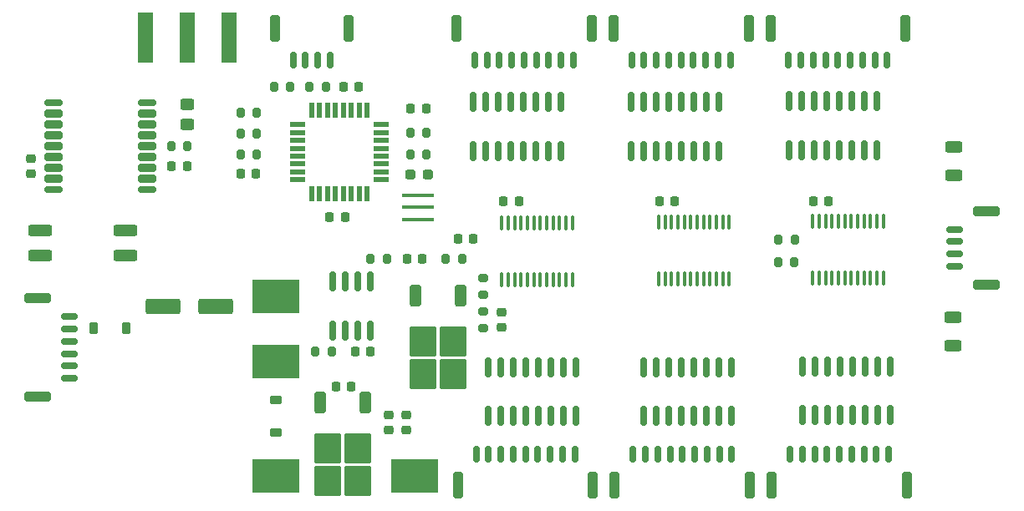
<source format=gtp>
%TF.GenerationSoftware,KiCad,Pcbnew,9.0.0*%
%TF.CreationDate,2025-06-26T17:33:30-04:00*%
%TF.ProjectId,gps-seven-seg-clock,6770732d-7365-4766-956e-2d7365672d63,rev?*%
%TF.SameCoordinates,Original*%
%TF.FileFunction,Paste,Top*%
%TF.FilePolarity,Positive*%
%FSLAX46Y46*%
G04 Gerber Fmt 4.6, Leading zero omitted, Abs format (unit mm)*
G04 Created by KiCad (PCBNEW 9.0.0) date 2025-06-26 17:33:30*
%MOMM*%
%LPD*%
G01*
G04 APERTURE LIST*
G04 Aperture macros list*
%AMRoundRect*
0 Rectangle with rounded corners*
0 $1 Rounding radius*
0 $2 $3 $4 $5 $6 $7 $8 $9 X,Y pos of 4 corners*
0 Add a 4 corners polygon primitive as box body*
4,1,4,$2,$3,$4,$5,$6,$7,$8,$9,$2,$3,0*
0 Add four circle primitives for the rounded corners*
1,1,$1+$1,$2,$3*
1,1,$1+$1,$4,$5*
1,1,$1+$1,$6,$7*
1,1,$1+$1,$8,$9*
0 Add four rect primitives between the rounded corners*
20,1,$1+$1,$2,$3,$4,$5,0*
20,1,$1+$1,$4,$5,$6,$7,0*
20,1,$1+$1,$6,$7,$8,$9,0*
20,1,$1+$1,$8,$9,$2,$3,0*%
G04 Aperture macros list end*
%ADD10RoundRect,0.250000X-0.350000X0.850000X-0.350000X-0.850000X0.350000X-0.850000X0.350000X0.850000X0*%
%ADD11RoundRect,0.250000X-1.125000X1.275000X-1.125000X-1.275000X1.125000X-1.275000X1.125000X1.275000X0*%
%ADD12R,4.699000X3.429000*%
%ADD13RoundRect,0.150000X0.150000X-0.825000X0.150000X0.825000X-0.150000X0.825000X-0.150000X-0.825000X0*%
%ADD14RoundRect,0.100000X0.100000X-0.637500X0.100000X0.637500X-0.100000X0.637500X-0.100000X-0.637500X0*%
%ADD15RoundRect,0.150000X-0.150000X0.825000X-0.150000X-0.825000X0.150000X-0.825000X0.150000X0.825000X0*%
%ADD16RoundRect,0.250000X-0.250000X-1.100000X0.250000X-1.100000X0.250000X1.100000X-0.250000X1.100000X0*%
%ADD17RoundRect,0.150000X-0.150000X-0.700000X0.150000X-0.700000X0.150000X0.700000X-0.150000X0.700000X0*%
%ADD18RoundRect,0.250000X0.250000X1.100000X-0.250000X1.100000X-0.250000X-1.100000X0.250000X-1.100000X0*%
%ADD19RoundRect,0.150000X0.150000X0.700000X-0.150000X0.700000X-0.150000X-0.700000X0.150000X-0.700000X0*%
%ADD20R,0.550000X1.600000*%
%ADD21R,1.600000X0.550000*%
%ADD22RoundRect,0.250000X0.625000X-0.312500X0.625000X0.312500X-0.625000X0.312500X-0.625000X-0.312500X0*%
%ADD23RoundRect,0.250000X-0.625000X0.312500X-0.625000X-0.312500X0.625000X-0.312500X0.625000X0.312500X0*%
%ADD24RoundRect,0.200000X-0.200000X-0.275000X0.200000X-0.275000X0.200000X0.275000X-0.200000X0.275000X0*%
%ADD25RoundRect,0.150000X-0.700000X0.150000X-0.700000X-0.150000X0.700000X-0.150000X0.700000X0.150000X0*%
%ADD26RoundRect,0.250000X-1.100000X0.250000X-1.100000X-0.250000X1.100000X-0.250000X1.100000X0.250000X0*%
%ADD27R,1.500000X5.080000*%
%ADD28RoundRect,0.225000X-0.375000X0.225000X-0.375000X-0.225000X0.375000X-0.225000X0.375000X0.225000X0*%
%ADD29RoundRect,0.237500X-0.287500X-0.237500X0.287500X-0.237500X0.287500X0.237500X-0.287500X0.237500X0*%
%ADD30RoundRect,0.250000X-1.500000X-0.550000X1.500000X-0.550000X1.500000X0.550000X-1.500000X0.550000X0*%
%ADD31RoundRect,0.225000X-0.225000X-0.250000X0.225000X-0.250000X0.225000X0.250000X-0.225000X0.250000X0*%
%ADD32RoundRect,0.150000X0.700000X-0.150000X0.700000X0.150000X-0.700000X0.150000X-0.700000X-0.150000X0*%
%ADD33RoundRect,0.250000X1.100000X-0.250000X1.100000X0.250000X-1.100000X0.250000X-1.100000X-0.250000X0*%
%ADD34R,3.200000X0.400000*%
%ADD35RoundRect,0.200000X0.275000X-0.200000X0.275000X0.200000X-0.275000X0.200000X-0.275000X-0.200000X0*%
%ADD36RoundRect,0.200000X-0.275000X0.200000X-0.275000X-0.200000X0.275000X-0.200000X0.275000X0.200000X0*%
%ADD37RoundRect,0.200000X0.200000X0.275000X-0.200000X0.275000X-0.200000X-0.275000X0.200000X-0.275000X0*%
%ADD38RoundRect,0.225000X0.225000X0.250000X-0.225000X0.250000X-0.225000X-0.250000X0.225000X-0.250000X0*%
%ADD39RoundRect,0.225000X-0.250000X0.225000X-0.250000X-0.225000X0.250000X-0.225000X0.250000X0.225000X0*%
%ADD40RoundRect,0.225000X0.250000X-0.225000X0.250000X0.225000X-0.250000X0.225000X-0.250000X-0.225000X0*%
%ADD41RoundRect,0.250000X0.970000X0.310000X-0.970000X0.310000X-0.970000X-0.310000X0.970000X-0.310000X0*%
%ADD42RoundRect,0.250000X0.450000X-0.325000X0.450000X0.325000X-0.450000X0.325000X-0.450000X-0.325000X0*%
%ADD43RoundRect,0.225000X0.225000X0.375000X-0.225000X0.375000X-0.225000X-0.375000X0.225000X-0.375000X0*%
%ADD44RoundRect,0.175000X-0.725000X-0.175000X0.725000X-0.175000X0.725000X0.175000X-0.725000X0.175000X0*%
%ADD45RoundRect,0.200000X-0.700000X-0.200000X0.700000X-0.200000X0.700000X0.200000X-0.700000X0.200000X0*%
G04 APERTURE END LIST*
D10*
%TO.C,Q2*%
X124680000Y-53960000D03*
D11*
X123925000Y-58585000D03*
X120875000Y-58585000D03*
X123925000Y-61935000D03*
X120875000Y-61935000D03*
D10*
X120120000Y-53960000D03*
%TD*%
D12*
%TO.C,TP4*%
X106000000Y-60600000D03*
%TD*%
%TO.C,TP3*%
X106000000Y-72200000D03*
%TD*%
%TO.C,TP2*%
X106000000Y-54000000D03*
%TD*%
%TO.C,TP1*%
X120000000Y-72200000D03*
%TD*%
D13*
%TO.C,U13*%
X141955000Y-34325000D03*
X143225000Y-34325000D03*
X144495000Y-34325000D03*
X145765000Y-34325000D03*
X147035000Y-34325000D03*
X148305000Y-34325000D03*
X149575000Y-34325000D03*
X150845000Y-34325000D03*
X150845000Y-39275000D03*
X149575000Y-39275000D03*
X148305000Y-39275000D03*
X147035000Y-39275000D03*
X145765000Y-39275000D03*
X144495000Y-39275000D03*
X143225000Y-39275000D03*
X141955000Y-39275000D03*
%TD*%
D14*
%TO.C,U6*%
X160350000Y-46400000D03*
X161000000Y-46400000D03*
X161650000Y-46400000D03*
X162300000Y-46400000D03*
X162950000Y-46400000D03*
X163600000Y-46400000D03*
X164250000Y-46400000D03*
X164900000Y-46400000D03*
X165550000Y-46400000D03*
X166200000Y-46400000D03*
X166850000Y-46400000D03*
X167500000Y-46400000D03*
X167500000Y-52125000D03*
X166850000Y-52125000D03*
X166200000Y-52125000D03*
X165550000Y-52125000D03*
X164900000Y-52125000D03*
X164250000Y-52125000D03*
X163600000Y-52125000D03*
X162950000Y-52125000D03*
X162300000Y-52125000D03*
X161650000Y-52125000D03*
X161000000Y-52125000D03*
X160350000Y-52125000D03*
%TD*%
D13*
%TO.C,U8*%
X157955000Y-34225000D03*
X159225000Y-34225000D03*
X160495000Y-34225000D03*
X161765000Y-34225000D03*
X163035000Y-34225000D03*
X164305000Y-34225000D03*
X165575000Y-34225000D03*
X166845000Y-34225000D03*
X166845000Y-39175000D03*
X165575000Y-39175000D03*
X164305000Y-39175000D03*
X163035000Y-39175000D03*
X161765000Y-39175000D03*
X160495000Y-39175000D03*
X159225000Y-39175000D03*
X157955000Y-39175000D03*
%TD*%
D15*
%TO.C,U12*%
X152140000Y-66150000D03*
X150870000Y-66150000D03*
X149600000Y-66150000D03*
X148330000Y-66150000D03*
X147060000Y-66150000D03*
X145790000Y-66150000D03*
X144520000Y-66150000D03*
X143250000Y-66150000D03*
X143250000Y-61200000D03*
X144520000Y-61200000D03*
X145790000Y-61200000D03*
X147060000Y-61200000D03*
X148330000Y-61200000D03*
X149600000Y-61200000D03*
X150870000Y-61200000D03*
X152140000Y-61200000D03*
%TD*%
D16*
%TO.C,J2*%
X138100000Y-73200000D03*
X124400000Y-73200000D03*
D17*
X136250000Y-70000000D03*
X135000000Y-70000000D03*
X133750000Y-70000000D03*
X132500000Y-70000000D03*
X131250000Y-70000000D03*
X130000000Y-70000000D03*
X128750000Y-70000000D03*
X127500000Y-70000000D03*
X126250000Y-70000000D03*
%TD*%
D18*
%TO.C,J3*%
X124250000Y-26850000D03*
X137950000Y-26850000D03*
D19*
X126100000Y-30050000D03*
X127350000Y-30050000D03*
X128600000Y-30050000D03*
X129850000Y-30050000D03*
X131100000Y-30050000D03*
X132350000Y-30050000D03*
X133600000Y-30050000D03*
X134850000Y-30050000D03*
X136100000Y-30050000D03*
%TD*%
D18*
%TO.C,J11*%
X140150000Y-26850000D03*
X153850000Y-26850000D03*
D19*
X142000000Y-30050000D03*
X143250000Y-30050000D03*
X144500000Y-30050000D03*
X145750000Y-30050000D03*
X147000000Y-30050000D03*
X148250000Y-30050000D03*
X149500000Y-30050000D03*
X150750000Y-30050000D03*
X152000000Y-30050000D03*
%TD*%
D16*
%TO.C,J10*%
X154000000Y-73200000D03*
X140300000Y-73200000D03*
D17*
X152150000Y-70000000D03*
X150900000Y-70000000D03*
X149650000Y-70000000D03*
X148400000Y-70000000D03*
X147150000Y-70000000D03*
X145900000Y-70000000D03*
X144650000Y-70000000D03*
X143400000Y-70000000D03*
X142150000Y-70000000D03*
%TD*%
D18*
%TO.C,J8*%
X156050000Y-26850000D03*
X169750000Y-26850000D03*
D19*
X157900000Y-30050000D03*
X159150000Y-30050000D03*
X160400000Y-30050000D03*
X161650000Y-30050000D03*
X162900000Y-30050000D03*
X164150000Y-30050000D03*
X165400000Y-30050000D03*
X166650000Y-30050000D03*
X167900000Y-30050000D03*
%TD*%
D15*
%TO.C,U3*%
X136340000Y-66150000D03*
X135070000Y-66150000D03*
X133800000Y-66150000D03*
X132530000Y-66150000D03*
X131260000Y-66150000D03*
X129990000Y-66150000D03*
X128720000Y-66150000D03*
X127450000Y-66150000D03*
X127450000Y-61200000D03*
X128720000Y-61200000D03*
X129990000Y-61200000D03*
X131260000Y-61200000D03*
X132530000Y-61200000D03*
X133800000Y-61200000D03*
X135070000Y-61200000D03*
X136340000Y-61200000D03*
%TD*%
%TO.C,U7*%
X168240000Y-66050000D03*
X166970000Y-66050000D03*
X165700000Y-66050000D03*
X164430000Y-66050000D03*
X163160000Y-66050000D03*
X161890000Y-66050000D03*
X160620000Y-66050000D03*
X159350000Y-66050000D03*
X159350000Y-61100000D03*
X160620000Y-61100000D03*
X161890000Y-61100000D03*
X163160000Y-61100000D03*
X164430000Y-61100000D03*
X165700000Y-61100000D03*
X166970000Y-61100000D03*
X168240000Y-61100000D03*
%TD*%
D14*
%TO.C,U11*%
X144750000Y-46500000D03*
X145400000Y-46500000D03*
X146050000Y-46500000D03*
X146700000Y-46500000D03*
X147350000Y-46500000D03*
X148000000Y-46500000D03*
X148650000Y-46500000D03*
X149300000Y-46500000D03*
X149950000Y-46500000D03*
X150600000Y-46500000D03*
X151250000Y-46500000D03*
X151900000Y-46500000D03*
X151900000Y-52225000D03*
X151250000Y-52225000D03*
X150600000Y-52225000D03*
X149950000Y-52225000D03*
X149300000Y-52225000D03*
X148650000Y-52225000D03*
X148000000Y-52225000D03*
X147350000Y-52225000D03*
X146700000Y-52225000D03*
X146050000Y-52225000D03*
X145400000Y-52225000D03*
X144750000Y-52225000D03*
%TD*%
%TO.C,U1*%
X128850000Y-46600000D03*
X129500000Y-46600000D03*
X130150000Y-46600000D03*
X130800000Y-46600000D03*
X131450000Y-46600000D03*
X132100000Y-46600000D03*
X132750000Y-46600000D03*
X133400000Y-46600000D03*
X134050000Y-46600000D03*
X134700000Y-46600000D03*
X135350000Y-46600000D03*
X136000000Y-46600000D03*
X136000000Y-52325000D03*
X135350000Y-52325000D03*
X134700000Y-52325000D03*
X134050000Y-52325000D03*
X133400000Y-52325000D03*
X132750000Y-52325000D03*
X132100000Y-52325000D03*
X131450000Y-52325000D03*
X130800000Y-52325000D03*
X130150000Y-52325000D03*
X129500000Y-52325000D03*
X128850000Y-52325000D03*
%TD*%
D13*
%TO.C,U4*%
X125955000Y-34325000D03*
X127225000Y-34325000D03*
X128495000Y-34325000D03*
X129765000Y-34325000D03*
X131035000Y-34325000D03*
X132305000Y-34325000D03*
X133575000Y-34325000D03*
X134845000Y-34325000D03*
X134845000Y-39275000D03*
X133575000Y-39275000D03*
X132305000Y-39275000D03*
X131035000Y-39275000D03*
X129765000Y-39275000D03*
X128495000Y-39275000D03*
X127225000Y-39275000D03*
X125955000Y-39275000D03*
%TD*%
D15*
%TO.C,U10*%
X115505000Y-52525000D03*
X114235000Y-52525000D03*
X112965000Y-52525000D03*
X111695000Y-52525000D03*
X111695000Y-57475000D03*
X112965000Y-57475000D03*
X114235000Y-57475000D03*
X115505000Y-57475000D03*
%TD*%
D10*
%TO.C,U9*%
X115007500Y-64800000D03*
D11*
X114252500Y-69425000D03*
X111202500Y-69425000D03*
X114252500Y-72775000D03*
X111202500Y-72775000D03*
D10*
X110447500Y-64800000D03*
%TD*%
D20*
%TO.C,U5*%
X109600000Y-43650000D03*
X110400000Y-43650000D03*
X111200000Y-43650000D03*
X112000000Y-43650000D03*
X112800000Y-43650000D03*
X113600000Y-43650000D03*
X114400000Y-43650000D03*
X115200000Y-43650000D03*
D21*
X116650000Y-42200000D03*
X116650000Y-41400000D03*
X116650000Y-40600000D03*
X116650000Y-39800000D03*
X116650000Y-39000000D03*
X116650000Y-38200000D03*
X116650000Y-37400000D03*
X116650000Y-36600000D03*
D20*
X115200000Y-35150000D03*
X114400000Y-35150000D03*
X113600000Y-35150000D03*
X112800000Y-35150000D03*
X112000000Y-35150000D03*
X111200000Y-35150000D03*
X110400000Y-35150000D03*
X109600000Y-35150000D03*
D21*
X108150000Y-36600000D03*
X108150000Y-37400000D03*
X108150000Y-38200000D03*
X108150000Y-39000000D03*
X108150000Y-39800000D03*
X108150000Y-40600000D03*
X108150000Y-41400000D03*
X108150000Y-42200000D03*
%TD*%
D22*
%TO.C,R17*%
X174530000Y-59042500D03*
X174530000Y-56117500D03*
%TD*%
D23*
%TO.C,R13*%
X174660000Y-38847500D03*
X174660000Y-41772500D03*
%TD*%
D24*
%TO.C,R4*%
X156855000Y-50590000D03*
X158505000Y-50590000D03*
%TD*%
%TO.C,R2*%
X102375000Y-35400000D03*
X104025000Y-35400000D03*
%TD*%
%TO.C,R1*%
X95375000Y-38800000D03*
X97025000Y-38800000D03*
%TD*%
D25*
%TO.C,J9*%
X85050000Y-56075000D03*
X85050000Y-57325000D03*
X85050000Y-58575000D03*
X85050000Y-59825000D03*
X85050000Y-61075000D03*
X85050000Y-62325000D03*
D26*
X81850000Y-54225000D03*
X81850000Y-64175000D03*
%TD*%
D17*
%TO.C,J7*%
X158050000Y-70000000D03*
X159300000Y-70000000D03*
X160550000Y-70000000D03*
X161800000Y-70000000D03*
X163050000Y-70000000D03*
X164300000Y-70000000D03*
X165550000Y-70000000D03*
X166800000Y-70000000D03*
X168050000Y-70000000D03*
D16*
X156200000Y-73200000D03*
X169900000Y-73200000D03*
%TD*%
D19*
%TO.C,J6*%
X111475000Y-30050000D03*
X110225000Y-30050000D03*
X108975000Y-30050000D03*
X107725000Y-30050000D03*
D18*
X113325000Y-26850000D03*
X105875000Y-26850000D03*
%TD*%
D27*
%TO.C,J1*%
X97000000Y-27762500D03*
X92750000Y-27762500D03*
X101250000Y-27762500D03*
%TD*%
D28*
%TO.C,D2*%
X106000000Y-64550000D03*
X106000000Y-67850000D03*
%TD*%
D29*
%TO.C,D1*%
X119625000Y-41700000D03*
X121375000Y-41700000D03*
%TD*%
D30*
%TO.C,C7*%
X94500000Y-55000000D03*
X99900000Y-55000000D03*
%TD*%
D31*
%TO.C,C6*%
X144825000Y-44400000D03*
X146375000Y-44400000D03*
%TD*%
D32*
%TO.C,J12*%
X174750000Y-50975000D03*
X174750000Y-49725000D03*
X174750000Y-48475000D03*
X174750000Y-47225000D03*
D33*
X177950000Y-52825000D03*
X177950000Y-45375000D03*
%TD*%
D34*
%TO.C,Y1*%
X120400000Y-46200000D03*
X120400000Y-45000000D03*
X120400000Y-43800000D03*
%TD*%
D35*
%TO.C,R16*%
X127000000Y-53825000D03*
X127000000Y-52175000D03*
%TD*%
D36*
%TO.C,R15*%
X127000000Y-55575000D03*
X127000000Y-57225000D03*
%TD*%
D24*
%TO.C,R14*%
X123175000Y-50200000D03*
X124825000Y-50200000D03*
%TD*%
D37*
%TO.C,R12*%
X111625000Y-59600000D03*
X109975000Y-59600000D03*
%TD*%
D24*
%TO.C,R11*%
X115575000Y-50200000D03*
X117225000Y-50200000D03*
%TD*%
%TO.C,R10*%
X119575000Y-37400000D03*
X121225000Y-37400000D03*
%TD*%
D37*
%TO.C,R9*%
X107425000Y-32800000D03*
X105775000Y-32800000D03*
%TD*%
D38*
%TO.C,C17*%
X125975000Y-48200000D03*
X124425000Y-48200000D03*
%TD*%
D39*
%TO.C,C16*%
X128800000Y-55625000D03*
X128800000Y-57175000D03*
%TD*%
D38*
%TO.C,C15*%
X115575000Y-59600000D03*
X114025000Y-59600000D03*
%TD*%
D31*
%TO.C,C14*%
X119225000Y-50200000D03*
X120775000Y-50200000D03*
%TD*%
%TO.C,C13*%
X160425000Y-44400000D03*
X161975000Y-44400000D03*
%TD*%
D40*
%TO.C,C12*%
X119200000Y-67575000D03*
X119200000Y-66025000D03*
%TD*%
%TO.C,C11*%
X117400000Y-67575000D03*
X117400000Y-66025000D03*
%TD*%
D38*
%TO.C,C10*%
X103975000Y-41600000D03*
X102425000Y-41600000D03*
%TD*%
D41*
%TO.C,SW1*%
X90705000Y-49870000D03*
X90705000Y-47330000D03*
X82095000Y-47330000D03*
X82095000Y-49870000D03*
%TD*%
D37*
%TO.C,R8*%
X111025000Y-32800000D03*
X109375000Y-32800000D03*
%TD*%
D24*
%TO.C,R7*%
X119575000Y-39600000D03*
X121225000Y-39600000D03*
%TD*%
D37*
%TO.C,R6*%
X104025000Y-39600000D03*
X102375000Y-39600000D03*
%TD*%
D24*
%TO.C,R5*%
X156875000Y-48250000D03*
X158525000Y-48250000D03*
%TD*%
%TO.C,R3*%
X102375000Y-37510000D03*
X104025000Y-37510000D03*
%TD*%
D42*
%TO.C,L1*%
X97000000Y-36625000D03*
X97000000Y-34575000D03*
%TD*%
D43*
%TO.C,D3*%
X90850000Y-57200000D03*
X87550000Y-57200000D03*
%TD*%
D31*
%TO.C,C9*%
X119625000Y-35000000D03*
X121175000Y-35000000D03*
%TD*%
%TO.C,C8*%
X112025000Y-63200000D03*
X113575000Y-63200000D03*
%TD*%
D38*
%TO.C,C5*%
X114375000Y-32800000D03*
X112825000Y-32800000D03*
%TD*%
D31*
%TO.C,C4*%
X111425000Y-46000000D03*
X112975000Y-46000000D03*
%TD*%
D38*
%TO.C,C3*%
X96975000Y-40800000D03*
X95425000Y-40800000D03*
%TD*%
D40*
%TO.C,C2*%
X81200000Y-41575000D03*
X81200000Y-40025000D03*
%TD*%
D31*
%TO.C,C1*%
X129025000Y-44400000D03*
X130575000Y-44400000D03*
%TD*%
D44*
%TO.C,U2*%
X83450000Y-34400000D03*
D45*
X83450000Y-35500000D03*
X83450000Y-36600000D03*
X83450000Y-37700000D03*
X83450000Y-38800000D03*
X83450000Y-39900000D03*
X83450000Y-41000000D03*
X83450000Y-42100000D03*
D44*
X83450000Y-43200000D03*
X92950000Y-43200000D03*
D45*
X92950000Y-42100000D03*
X92950000Y-41000000D03*
X92950000Y-39900000D03*
X92950000Y-38800000D03*
X92950000Y-37700000D03*
X92950000Y-36600000D03*
X92950000Y-35500000D03*
D44*
X92950000Y-34400000D03*
%TD*%
M02*

</source>
